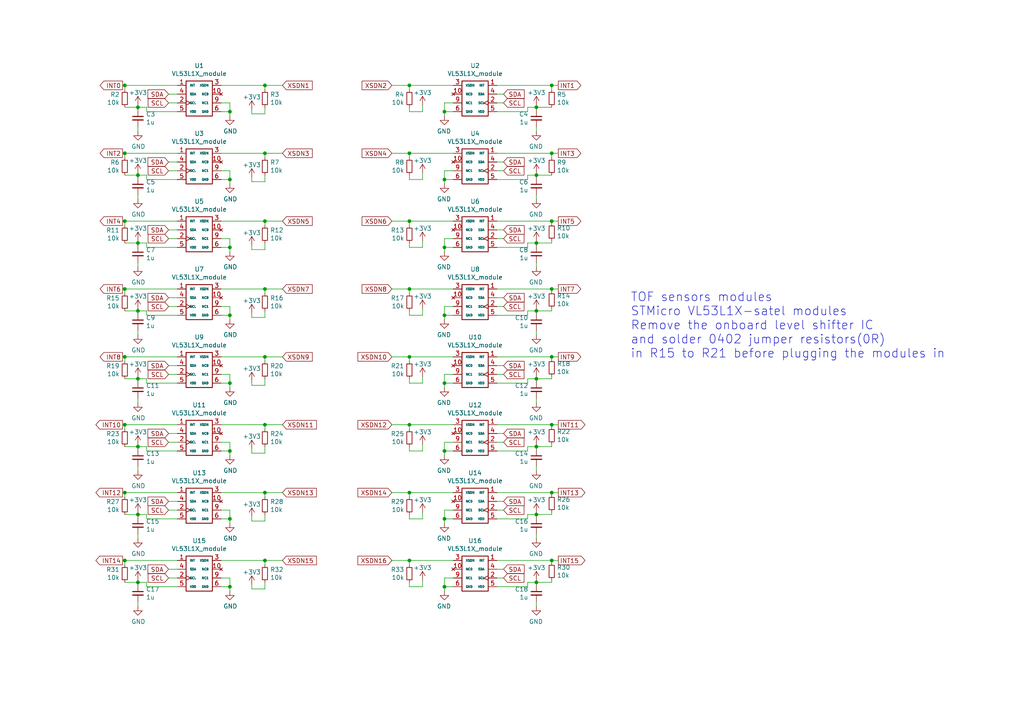
<source format=kicad_sch>
(kicad_sch (version 20230121) (generator eeschema)
  (paper "A4")
  (junction (at 36.195 44.45))
  (junction (at 118.745 162.56))
  (junction (at 40.005 168.91))
  (junction (at 66.675 91.44))
  (junction (at 40.005 31.115))
  (junction (at 66.675 130.81))
  (junction (at 118.745 24.765))
  (junction (at 66.675 111.125))
  (junction (at 36.195 162.56))
  (junction (at 160.02 123.19))
  (junction (at 128.905 32.385))
  (junction (at 40.005 90.17))
  (junction (at 66.675 32.385))
  (junction (at 160.02 64.135))
  (junction (at 76.835 142.875))
  (junction (at 128.905 71.755))
  (junction (at 36.195 123.19))
  (junction (at 155.575 70.485))
  (junction (at 128.905 170.18))
  (junction (at 128.905 150.495))
  (junction (at 118.745 64.135))
  (junction (at 118.745 123.19))
  (junction (at 128.905 111.125))
  (junction (at 66.675 71.755))
  (junction (at 36.195 24.765))
  (junction (at 76.835 103.505))
  (junction (at 66.675 52.07))
  (junction (at 160.02 142.875))
  (junction (at 76.835 123.19))
  (junction (at 76.835 44.45))
  (junction (at 155.575 90.17))
  (junction (at 118.745 103.505))
  (junction (at 118.745 44.45))
  (junction (at 118.745 142.875))
  (junction (at 155.575 168.91))
  (junction (at 155.575 149.225))
  (junction (at 160.02 24.765))
  (junction (at 160.02 103.505))
  (junction (at 160.02 162.56))
  (junction (at 160.02 83.82))
  (junction (at 36.195 103.505))
  (junction (at 118.745 83.82))
  (junction (at 40.005 149.225))
  (junction (at 128.905 91.44))
  (junction (at 128.905 52.07))
  (junction (at 40.005 50.8))
  (junction (at 36.195 83.82))
  (junction (at 36.195 64.135))
  (junction (at 155.575 129.54))
  (junction (at 40.005 70.485))
  (junction (at 155.575 50.8))
  (junction (at 36.195 142.875))
  (junction (at 155.575 31.115))
  (junction (at 66.675 150.495))
  (junction (at 40.005 129.54))
  (junction (at 76.835 24.765))
  (junction (at 155.575 109.855))
  (junction (at 160.02 44.45))
  (junction (at 76.835 64.135))
  (junction (at 128.905 130.81))
  (junction (at 66.675 170.18))
  (junction (at 76.835 162.56))
  (junction (at 76.835 83.82))
  (junction (at 40.005 109.855))
  (wire (pts (xy 51.435 88.9) (xy 48.895 88.9)))
  (wire (pts (xy 66.675 29.845) (xy 66.675 32.385)))
  (wire (pts (xy 118.745 130.81) (xy 122.555 130.81)))
  (wire (pts (xy 48.895 27.305) (xy 51.435 27.305)))
  (wire (pts (xy 131.445 88.9) (xy 128.905 88.9)))
  (wire (pts (xy 155.575 168.91) (xy 155.575 169.545)))
  (wire (pts (xy 118.745 90.17) (xy 118.745 91.44)))
  (wire (pts (xy 64.135 64.135) (xy 76.835 64.135)))
  (wire (pts (xy 40.005 50.8) (xy 42.545 50.8)))
  (wire (pts (xy 48.895 108.585) (xy 51.435 108.585)))
  (wire (pts (xy 48.895 46.99) (xy 51.435 46.99)))
  (wire (pts (xy 64.135 147.955) (xy 66.675 147.955)))
  (wire (pts (xy 76.835 44.45) (xy 81.915 44.45)))
  (wire (pts (xy 144.145 27.305) (xy 146.05 27.305)))
  (wire (pts (xy 40.005 90.17) (xy 40.005 90.805)))
  (wire (pts (xy 144.145 147.955) (xy 146.05 147.955)))
  (wire (pts (xy 122.555 71.755) (xy 122.555 69.85)))
  (wire (pts (xy 131.445 52.07) (xy 128.905 52.07)))
  (wire (pts (xy 128.905 167.64) (xy 128.905 170.18)))
  (wire (pts (xy 40.005 149.225) (xy 42.545 149.225)))
  (wire (pts (xy 131.445 29.845) (xy 128.905 29.845)))
  (wire (pts (xy 144.145 83.82) (xy 160.02 83.82)))
  (wire (pts (xy 64.135 128.27) (xy 66.675 128.27)))
  (wire (pts (xy 35.56 44.45) (xy 36.195 44.45)))
  (wire (pts (xy 66.675 52.07) (xy 66.675 53.34)))
  (wire (pts (xy 35.56 162.56) (xy 36.195 162.56)))
  (wire (pts (xy 131.445 170.18) (xy 128.905 170.18)))
  (wire (pts (xy 40.005 129.54) (xy 40.005 130.175)))
  (wire (pts (xy 128.905 128.27) (xy 128.905 130.81)))
  (wire (pts (xy 144.145 69.215) (xy 146.05 69.215)))
  (wire (pts (xy 160.02 24.765) (xy 161.925 24.765)))
  (wire (pts (xy 131.445 91.44) (xy 128.905 91.44)))
  (wire (pts (xy 153.035 91.44) (xy 144.145 91.44)))
  (wire (pts (xy 155.575 57.785) (xy 155.575 56.515)))
  (wire (pts (xy 64.135 52.07) (xy 66.675 52.07)))
  (wire (pts (xy 36.195 65.405) (xy 36.195 64.135)))
  (wire (pts (xy 76.835 26.035) (xy 76.835 24.765)))
  (wire (pts (xy 160.02 143.51) (xy 160.02 142.875)))
  (wire (pts (xy 118.745 71.755) (xy 122.555 71.755)))
  (wire (pts (xy 76.835 123.19) (xy 81.915 123.19)))
  (wire (pts (xy 155.575 109.855) (xy 153.035 109.855)))
  (wire (pts (xy 155.575 31.115) (xy 155.575 31.75)))
  (wire (pts (xy 155.575 129.54) (xy 153.035 129.54)))
  (wire (pts (xy 73.025 92.075) (xy 76.835 92.075)))
  (wire (pts (xy 36.195 83.82) (xy 35.56 83.82)))
  (wire (pts (xy 160.02 142.875) (xy 144.145 142.875)))
  (wire (pts (xy 131.445 83.82) (xy 118.745 83.82)))
  (wire (pts (xy 128.905 170.18) (xy 128.905 171.45)))
  (wire (pts (xy 146.05 145.415) (xy 144.145 145.415)))
  (wire (pts (xy 36.195 70.485) (xy 40.005 70.485)))
  (wire (pts (xy 118.745 103.505) (xy 113.665 103.505)))
  (wire (pts (xy 42.545 168.91) (xy 42.545 170.18)))
  (wire (pts (xy 73.025 90.805) (xy 73.025 92.075)))
  (wire (pts (xy 64.135 130.81) (xy 66.675 130.81)))
  (wire (pts (xy 36.195 142.875) (xy 51.435 142.875)))
  (wire (pts (xy 36.195 45.72) (xy 36.195 44.45)))
  (wire (pts (xy 42.545 90.17) (xy 42.545 91.44)))
  (wire (pts (xy 155.575 149.225) (xy 153.035 149.225)))
  (wire (pts (xy 48.895 49.53) (xy 51.435 49.53)))
  (wire (pts (xy 128.905 32.385) (xy 128.905 33.655)))
  (wire (pts (xy 160.02 64.135) (xy 144.145 64.135)))
  (wire (pts (xy 40.005 109.855) (xy 40.005 110.49)))
  (wire (pts (xy 42.545 170.18) (xy 51.435 170.18)))
  (wire (pts (xy 40.005 50.8) (xy 40.005 51.435)))
  (wire (pts (xy 66.675 130.81) (xy 66.675 132.08)))
  (wire (pts (xy 131.445 147.955) (xy 128.905 147.955)))
  (wire (pts (xy 155.575 175.895) (xy 155.575 174.625)))
  (wire (pts (xy 51.435 167.64) (xy 48.895 167.64)))
  (wire (pts (xy 40.005 50.165) (xy 40.005 50.8)))
  (wire (pts (xy 66.675 111.125) (xy 66.675 112.395)))
  (wire (pts (xy 155.575 69.85) (xy 155.575 70.485)))
  (wire (pts (xy 40.005 77.47) (xy 40.005 76.2)))
  (wire (pts (xy 153.035 50.8) (xy 153.035 52.07)))
  (wire (pts (xy 153.035 149.225) (xy 153.035 150.495)))
  (wire (pts (xy 153.035 90.17) (xy 153.035 91.44)))
  (wire (pts (xy 64.135 71.755) (xy 66.675 71.755)))
  (wire (pts (xy 51.435 83.82) (xy 36.195 83.82)))
  (wire (pts (xy 146.05 125.73) (xy 144.145 125.73)))
  (wire (pts (xy 64.135 69.215) (xy 66.675 69.215)))
  (wire (pts (xy 131.445 123.19) (xy 118.745 123.19)))
  (wire (pts (xy 160.02 103.505) (xy 144.145 103.505)))
  (wire (pts (xy 128.905 108.585) (xy 128.905 111.125)))
  (wire (pts (xy 146.05 165.1) (xy 144.145 165.1)))
  (wire (pts (xy 155.575 149.225) (xy 155.575 149.86)))
  (wire (pts (xy 118.745 91.44) (xy 122.555 91.44)))
  (wire (pts (xy 144.145 49.53) (xy 146.05 49.53)))
  (wire (pts (xy 36.195 144.145) (xy 36.195 142.875)))
  (wire (pts (xy 40.005 168.91) (xy 40.005 169.545)))
  (wire (pts (xy 76.835 162.56) (xy 76.835 163.83)))
  (wire (pts (xy 131.445 103.505) (xy 118.745 103.505)))
  (wire (pts (xy 73.025 110.49) (xy 73.025 111.76)))
  (wire (pts (xy 153.035 109.855) (xy 153.035 111.125)))
  (wire (pts (xy 155.575 116.84) (xy 155.575 115.57)))
  (wire (pts (xy 66.675 49.53) (xy 66.675 52.07)))
  (wire (pts (xy 131.445 130.81) (xy 128.905 130.81)))
  (wire (pts (xy 155.575 90.17) (xy 160.02 90.17)))
  (wire (pts (xy 144.145 123.19) (xy 160.02 123.19)))
  (wire (pts (xy 155.575 109.22) (xy 155.575 109.855)))
  (wire (pts (xy 155.575 90.17) (xy 153.035 90.17)))
  (wire (pts (xy 118.745 129.54) (xy 118.745 130.81)))
  (wire (pts (xy 128.905 147.955) (xy 128.905 150.495)))
  (wire (pts (xy 40.005 90.17) (xy 42.545 90.17)))
  (wire (pts (xy 118.745 149.225) (xy 118.745 150.495)))
  (wire (pts (xy 36.195 103.505) (xy 51.435 103.505)))
  (wire (pts (xy 66.675 170.18) (xy 66.675 171.45)))
  (wire (pts (xy 155.575 97.155) (xy 155.575 95.885)))
  (wire (pts (xy 42.545 50.8) (xy 42.545 52.07)))
  (wire (pts (xy 42.545 52.07) (xy 51.435 52.07)))
  (wire (pts (xy 73.025 169.545) (xy 73.025 170.815)))
  (wire (pts (xy 51.435 106.045) (xy 48.895 106.045)))
  (wire (pts (xy 155.575 109.855) (xy 160.02 109.855)))
  (wire (pts (xy 73.025 111.76) (xy 76.835 111.76)))
  (wire (pts (xy 42.545 71.755) (xy 51.435 71.755)))
  (wire (pts (xy 118.745 142.875) (xy 113.665 142.875)))
  (wire (pts (xy 155.575 168.275) (xy 155.575 168.91)))
  (wire (pts (xy 128.905 88.9) (xy 128.905 91.44)))
  (wire (pts (xy 128.905 71.755) (xy 128.905 73.025)))
  (wire (pts (xy 42.545 31.115) (xy 42.545 32.385)))
  (wire (pts (xy 128.905 91.44) (xy 128.905 92.71)))
  (wire (pts (xy 40.005 129.54) (xy 42.545 129.54)))
  (wire (pts (xy 155.575 50.8) (xy 155.575 51.435)))
  (wire (pts (xy 131.445 49.53) (xy 128.905 49.53)))
  (wire (pts (xy 35.56 123.19) (xy 36.195 123.19)))
  (wire (pts (xy 73.025 170.815) (xy 76.835 170.815)))
  (wire (pts (xy 161.925 103.505) (xy 160.02 103.505)))
  (wire (pts (xy 128.905 130.81) (xy 128.905 132.08)))
  (wire (pts (xy 73.025 130.175) (xy 73.025 131.445)))
  (wire (pts (xy 73.025 51.435) (xy 73.025 52.705)))
  (wire (pts (xy 118.745 83.82) (xy 118.745 85.09)))
  (wire (pts (xy 113.665 24.765) (xy 118.745 24.765)))
  (wire (pts (xy 160.02 123.19) (xy 161.925 123.19)))
  (wire (pts (xy 160.02 109.855) (xy 160.02 109.22)))
  (wire (pts (xy 144.145 128.27) (xy 146.05 128.27)))
  (wire (pts (xy 40.005 38.1) (xy 40.005 36.83)))
  (wire (pts (xy 36.195 168.91) (xy 40.005 168.91)))
  (wire (pts (xy 155.575 50.8) (xy 153.035 50.8)))
  (wire (pts (xy 155.575 109.855) (xy 155.575 110.49)))
  (wire (pts (xy 76.835 151.13) (xy 76.835 149.225)))
  (wire (pts (xy 144.145 24.765) (xy 160.02 24.765)))
  (wire (pts (xy 36.195 162.56) (xy 51.435 162.56)))
  (wire (pts (xy 122.555 111.125) (xy 122.555 109.22)))
  (wire (pts (xy 64.135 24.765) (xy 76.835 24.765)))
  (wire (pts (xy 76.835 142.875) (xy 76.835 144.145)))
  (wire (pts (xy 73.025 131.445) (xy 76.835 131.445)))
  (wire (pts (xy 118.745 83.82) (xy 113.665 83.82)))
  (wire (pts (xy 118.745 162.56) (xy 118.745 163.83)))
  (wire (pts (xy 40.005 116.84) (xy 40.005 115.57)))
  (wire (pts (xy 40.005 148.59) (xy 40.005 149.225)))
  (wire (pts (xy 42.545 129.54) (xy 42.545 130.81)))
  (wire (pts (xy 153.035 150.495) (xy 144.145 150.495)))
  (wire (pts (xy 128.905 69.215) (xy 128.905 71.755)))
  (wire (pts (xy 76.835 170.815) (xy 76.835 168.91)))
  (wire (pts (xy 48.895 128.27) (xy 51.435 128.27)))
  (wire (pts (xy 155.575 50.165) (xy 155.575 50.8)))
  (wire (pts (xy 42.545 149.225) (xy 42.545 150.495)))
  (wire (pts (xy 155.575 168.91) (xy 153.035 168.91)))
  (wire (pts (xy 40.005 168.275) (xy 40.005 168.91)))
  (wire (pts (xy 155.575 90.17) (xy 155.575 90.805)))
  (wire (pts (xy 118.745 32.385) (xy 122.555 32.385)))
  (wire (pts (xy 153.035 71.755) (xy 144.145 71.755)))
  (wire (pts (xy 131.445 44.45) (xy 118.745 44.45)))
  (wire (pts (xy 146.05 86.36) (xy 144.145 86.36)))
  (wire (pts (xy 155.575 168.91) (xy 160.02 168.91)))
  (wire (pts (xy 155.575 38.1) (xy 155.575 36.83)))
  (wire (pts (xy 76.835 111.76) (xy 76.835 109.855)))
  (wire (pts (xy 40.005 168.91) (xy 42.545 168.91)))
  (wire (pts (xy 66.675 150.495) (xy 66.675 151.765)))
  (wire (pts (xy 146.05 46.99) (xy 144.145 46.99)))
  (wire (pts (xy 40.005 97.155) (xy 40.005 95.885)))
  (wire (pts (xy 160.02 163.195) (xy 160.02 162.56)))
  (wire (pts (xy 131.445 69.215) (xy 128.905 69.215)))
  (wire (pts (xy 76.835 33.02) (xy 76.835 31.115)))
  (wire (pts (xy 128.905 111.125) (xy 128.905 112.395)))
  (wire (pts (xy 118.745 64.135) (xy 131.445 64.135)))
  (wire (pts (xy 128.905 49.53) (xy 128.905 52.07)))
  (wire (pts (xy 40.005 31.115) (xy 40.005 31.75)))
  (wire (pts (xy 36.195 123.19) (xy 51.435 123.19)))
  (wire (pts (xy 40.005 149.225) (xy 40.005 149.86)))
  (wire (pts (xy 51.435 147.955) (xy 48.895 147.955)))
  (wire (pts (xy 155.575 89.535) (xy 155.575 90.17)))
  (wire (pts (xy 155.575 129.54) (xy 155.575 130.175)))
  (wire (pts (xy 73.025 52.705) (xy 76.835 52.705)))
  (wire (pts (xy 153.035 168.91) (xy 153.035 170.18)))
  (wire (pts (xy 118.745 52.07) (xy 122.555 52.07)))
  (wire (pts (xy 122.555 150.495) (xy 122.555 148.59)))
  (wire (pts (xy 36.195 85.09) (xy 36.195 83.82)))
  (wire (pts (xy 42.545 111.125) (xy 51.435 111.125)))
  (wire (pts (xy 155.575 156.21) (xy 155.575 154.94)))
  (wire (pts (xy 66.675 88.9) (xy 66.675 91.44)))
  (wire (pts (xy 36.195 109.855) (xy 40.005 109.855)))
  (wire (pts (xy 66.675 128.27) (xy 66.675 130.81)))
  (wire (pts (xy 35.56 142.875) (xy 36.195 142.875)))
  (wire (pts (xy 73.025 31.75) (xy 73.025 33.02)))
  (wire (pts (xy 36.195 24.765) (xy 51.435 24.765)))
  (wire (pts (xy 118.745 44.45) (xy 113.665 44.45)))
  (wire (pts (xy 153.035 32.385) (xy 144.145 32.385)))
  (wire (pts (xy 36.195 129.54) (xy 40.005 129.54)))
  (wire (pts (xy 153.035 52.07) (xy 144.145 52.07)))
  (wire (pts (xy 155.575 70.485) (xy 153.035 70.485)))
  (wire (pts (xy 40.005 70.485) (xy 42.545 70.485)))
  (wire (pts (xy 146.05 29.845) (xy 144.145 29.845)))
  (wire (pts (xy 131.445 142.875) (xy 118.745 142.875)))
  (wire (pts (xy 153.035 129.54) (xy 153.035 130.81)))
  (wire (pts (xy 160.02 123.825) (xy 160.02 123.19)))
  (wire (pts (xy 36.195 64.135) (xy 51.435 64.135)))
  (wire (pts (xy 76.835 64.135) (xy 81.915 64.135)))
  (wire (pts (xy 36.195 90.17) (xy 40.005 90.17)))
  (wire (pts (xy 66.675 108.585) (xy 66.675 111.125)))
  (wire (pts (xy 160.02 26.035) (xy 160.02 24.765)))
  (wire (pts (xy 64.135 170.18) (xy 66.675 170.18)))
  (wire (pts (xy 42.545 130.81) (xy 51.435 130.81)))
  (wire (pts (xy 76.835 64.135) (xy 76.835 65.405)))
  (wire (pts (xy 51.435 29.845) (xy 48.895 29.845)))
  (wire (pts (xy 118.745 64.135) (xy 113.665 64.135)))
  (wire (pts (xy 36.195 124.46) (xy 36.195 123.19)))
  (wire (pts (xy 122.555 170.18) (xy 122.555 168.275)))
  (wire (pts (xy 118.745 170.18) (xy 122.555 170.18)))
  (wire (pts (xy 118.745 162.56) (xy 113.665 162.56)))
  (wire (pts (xy 131.445 162.56) (xy 118.745 162.56)))
  (wire (pts (xy 160.02 70.485) (xy 160.02 69.85)))
  (wire (pts (xy 66.675 147.955) (xy 66.675 150.495)))
  (wire (pts (xy 155.575 30.48) (xy 155.575 31.115)))
  (wire (pts (xy 64.135 44.45) (xy 76.835 44.45)))
  (wire (pts (xy 64.135 142.875) (xy 76.835 142.875)))
  (wire (pts (xy 160.02 129.54) (xy 160.02 128.905)))
  (wire (pts (xy 76.835 72.39) (xy 76.835 70.485)))
  (wire (pts (xy 153.035 130.81) (xy 144.145 130.81)))
  (wire (pts (xy 155.575 148.59) (xy 155.575 149.225)))
  (wire (pts (xy 40.005 30.48) (xy 40.005 31.115)))
  (wire (pts (xy 155.575 129.54) (xy 160.02 129.54)))
  (wire (pts (xy 35.56 24.765) (xy 36.195 24.765)))
  (wire (pts (xy 42.545 70.485) (xy 42.545 71.755)))
  (wire (pts (xy 40.005 109.22) (xy 40.005 109.855)))
  (wire (pts (xy 40.005 128.905) (xy 40.005 129.54)))
  (wire (pts (xy 160.02 104.14) (xy 160.02 103.505)))
  (wire (pts (xy 118.745 111.125) (xy 122.555 111.125)))
  (wire (pts (xy 153.035 31.115) (xy 153.035 32.385)))
  (wire (pts (xy 36.195 31.115) (xy 40.005 31.115)))
  (wire (pts (xy 66.675 167.64) (xy 66.675 170.18)))
  (wire (pts (xy 64.135 49.53) (xy 66.675 49.53)))
  (wire (pts (xy 160.02 44.45) (xy 161.925 44.45)))
  (wire (pts (xy 153.035 111.125) (xy 144.145 111.125)))
  (wire (pts (xy 48.895 145.415) (xy 51.435 145.415)))
  (wire (pts (xy 153.035 170.18) (xy 144.145 170.18)))
  (wire (pts (xy 155.575 70.485) (xy 160.02 70.485)))
  (wire (pts (xy 40.005 31.115) (xy 42.545 31.115)))
  (wire (pts (xy 146.05 88.9) (xy 144.145 88.9)))
  (wire (pts (xy 48.895 165.1) (xy 51.435 165.1)))
  (wire (pts (xy 131.445 32.385) (xy 128.905 32.385)))
  (wire (pts (xy 118.745 150.495) (xy 122.555 150.495)))
  (wire (pts (xy 40.005 156.21) (xy 40.005 154.94)))
  (wire (pts (xy 64.135 29.845) (xy 66.675 29.845)))
  (wire (pts (xy 66.675 69.215) (xy 66.675 71.755)))
  (wire (pts (xy 122.555 91.44) (xy 122.555 89.535)))
  (wire (pts (xy 35.56 64.135) (xy 36.195 64.135)))
  (wire (pts (xy 40.005 69.85) (xy 40.005 70.485)))
  (wire (pts (xy 128.905 52.07) (xy 128.905 53.34)))
  (wire (pts (xy 51.435 69.215) (xy 48.895 69.215)))
  (wire (pts (xy 40.005 89.535) (xy 40.005 90.17)))
  (wire (pts (xy 73.025 72.39) (xy 76.835 72.39)))
  (wire (pts (xy 48.895 66.675) (xy 51.435 66.675)))
  (wire (pts (xy 144.145 44.45) (xy 160.02 44.45)))
  (wire (pts (xy 131.445 71.755) (xy 128.905 71.755)))
  (wire (pts (xy 76.835 52.705) (xy 76.835 50.8)))
  (wire (pts (xy 36.195 104.775) (xy 36.195 103.505)))
  (wire (pts (xy 155.575 70.485) (xy 155.575 71.12)))
  (wire (pts (xy 64.135 88.9) (xy 66.675 88.9)))
  (wire (pts (xy 122.555 130.81) (xy 122.555 128.905)))
  (wire (pts (xy 160.02 162.56) (xy 161.925 162.56)))
  (wire (pts (xy 131.445 108.585) (xy 128.905 108.585)))
  (wire (pts (xy 40.005 70.485) (xy 40.005 71.12)))
  (wire (pts (xy 64.135 83.82) (xy 76.835 83.82)))
  (wire (pts (xy 40.005 57.785) (xy 40.005 56.515)))
  (wire (pts (xy 36.195 44.45) (xy 51.435 44.45)))
  (wire (pts (xy 128.905 29.845) (xy 128.905 32.385)))
  (wire (pts (xy 122.555 32.385) (xy 122.555 30.48)))
  (wire (pts (xy 160.02 84.455) (xy 160.02 83.82)))
  (wire (pts (xy 66.675 71.755) (xy 66.675 73.025)))
  (wire (pts (xy 131.445 150.495) (xy 128.905 150.495)))
  (wire (pts (xy 128.905 150.495) (xy 128.905 151.765)))
  (wire (pts (xy 118.745 70.485) (xy 118.745 71.755)))
  (wire (pts (xy 51.435 125.73) (xy 48.895 125.73)))
  (wire (pts (xy 131.445 24.765) (xy 118.745 24.765)))
  (wire (pts (xy 76.835 162.56) (xy 81.915 162.56)))
  (wire (pts (xy 155.575 128.905) (xy 155.575 129.54)))
  (wire (pts (xy 118.745 168.91) (xy 118.745 170.18)))
  (wire (pts (xy 64.135 150.495) (xy 66.675 150.495)))
  (wire (pts (xy 155.575 77.47) (xy 155.575 76.2)))
  (wire (pts (xy 118.745 103.505) (xy 118.745 104.775)))
  (wire (pts (xy 36.195 50.8) (xy 40.005 50.8)))
  (wire (pts (xy 73.025 33.02) (xy 76.835 33.02)))
  (wire (pts (xy 76.835 92.075) (xy 76.835 90.17)))
  (wire (pts (xy 64.135 108.585) (xy 66.675 108.585)))
  (wire (pts (xy 48.895 86.36) (xy 51.435 86.36)))
  (wire (pts (xy 76.835 83.82) (xy 81.915 83.82)))
  (wire (pts (xy 76.835 142.875) (xy 81.915 142.875)))
  (wire (pts (xy 66.675 32.385) (xy 66.675 33.655)))
  (wire (pts (xy 76.835 103.505) (xy 76.835 104.775)))
  (wire (pts (xy 118.745 65.405) (xy 118.745 64.135)))
  (wire (pts (xy 64.135 103.505) (xy 76.835 103.505)))
  (wire (pts (xy 144.145 162.56) (xy 160.02 162.56)))
  (wire (pts (xy 64.135 123.19) (xy 76.835 123.19)))
  (wire (pts (xy 160.02 45.72) (xy 160.02 44.45)))
  (wire (pts (xy 76.835 103.505) (xy 81.915 103.505)))
  (wire (pts (xy 122.555 52.07) (xy 122.555 50.165)))
  (wire (pts (xy 131.445 111.125) (xy 128.905 111.125)))
  (wire (pts (xy 76.835 123.19) (xy 76.835 124.46)))
  (wire (pts (xy 118.745 123.19) (xy 118.745 124.46)))
  (wire (pts (xy 64.135 167.64) (xy 66.675 167.64)))
  (wire (pts (xy 40.005 109.855) (xy 42.545 109.855)))
  (wire (pts (xy 161.925 64.135) (xy 160.02 64.135)))
  (wire (pts (xy 64.135 91.44) (xy 66.675 91.44)))
  (wire (pts (xy 42.545 32.385) (xy 51.435 32.385)))
  (wire (pts (xy 64.135 32.385) (xy 66.675 32.385)))
  (wire (pts (xy 160.02 83.82) (xy 161.925 83.82)))
  (wire (pts (xy 131.445 128.27) (xy 128.905 128.27)))
  (wire (pts (xy 118.745 44.45) (xy 118.745 45.72)))
  (wire (pts (xy 118.745 123.19) (xy 113.665 123.19)))
  (wire (pts (xy 160.02 64.77) (xy 160.02 64.135)))
  (wire (pts (xy 73.025 151.13) (xy 76.835 151.13)))
  (wire (pts (xy 160.02 31.115) (xy 155.575 31.115)))
  (wire (pts (xy 66.675 91.44) (xy 66.675 92.71)))
  (wire (pts (xy 36.195 26.035) (xy 36.195 24.765)))
  (wire (pts (xy 35.56 103.505) (xy 36.195 103.505)))
  (wire (pts (xy 160.02 168.91) (xy 160.02 168.275)))
  (wire (pts (xy 153.035 70.485) (xy 153.035 71.755)))
  (wire (pts (xy 161.925 142.875) (xy 160.02 142.875)))
  (wire (pts (xy 144.145 167.64) (xy 146.05 167.64)))
  (wire (pts (xy 155.575 149.225) (xy 160.02 149.225)))
  (wire (pts (xy 146.05 66.675) (xy 144.145 66.675)))
  (wire (pts (xy 160.02 50.8) (xy 155.575 50.8)))
  (wire (pts (xy 160.02 90.17) (xy 160.02 89.535)))
  (wire (pts (xy 131.445 167.64) (xy 128.905 167.64)))
  (wire (pts (xy 146.05 106.045) (xy 144.145 106.045)))
  (wire (pts (xy 118.745 50.8) (xy 118.745 52.07)))
  (wire (pts (xy 118.745 31.115) (xy 118.745 32.385)))
  (wire (pts (xy 73.025 71.12) (xy 73.025 72.39)))
  (wire (pts (xy 36.195 163.83) (xy 36.195 162.56)))
  (wire (pts (xy 36.195 149.225) (xy 40.005 149.225)))
  (wire (pts (xy 73.025 149.86) (xy 73.025 151.13)))
  (wire (pts (xy 40.005 136.525) (xy 40.005 135.255)))
  (wire (pts (xy 76.835 131.445) (xy 76.835 129.54)))
  (wire (pts (xy 76.835 24.765) (xy 81.915 24.765)))
  (wire (pts (xy 64.135 111.125) (xy 66.675 111.125)))
  (wire (pts (xy 144.145 108.585) (xy 146.05 108.585)))
  (wire (pts (xy 64.135 162.56) (xy 76.835 162.56)))
  (wire (pts (xy 118.745 142.875) (xy 118.745 144.145)))
  (wire (pts (xy 118.745 24.765) (xy 118.745 26.035)))
  (wire (pts (xy 42.545 150.495) (xy 51.435 150.495)))
  (wire (pts (xy 42.545 91.44) (xy 51.435 91.44)))
  (wire (pts (xy 42.545 109.855) (xy 42.545 111.125)))
  (wire (pts (xy 155.575 136.525) (xy 155.575 135.255)))
  (wire (pts (xy 160.02 149.225) (xy 160.02 148.59)))
  (wire (pts (xy 155.575 31.115) (xy 153.035 31.115)))
  (wire (pts (xy 118.745 109.855) (xy 118.745 111.125)))
  (wire (pts (xy 76.835 83.82) (xy 76.835 85.09)))
  (wire (pts (xy 40.005 175.895) (xy 40.005 174.625)))
  (wire (pts (xy 76.835 45.72) (xy 76.835 44.45)))
  (text "TOF sensors modules\nSTMicro VL53L1X-satel modules\nRemove the onboard level shifter IC\nand solder 0402 jumper resistors(0R)\nin R15 to R21 before plugging the modules in\n" (at 182.88 104.14 0) (effects (font (size 2.54 2.54)) (justify left bottom)))
  (global_label "INT3" (shape output) (at 161.925 44.45 0) (property "Intersheetrefs" "${INTERSHEET_REFS}" (effects hide)))
  (global_label "SCL" (shape input) (at 48.895 29.845 180) (property "Intersheetrefs" "${INTERSHEET_REFS}" (effects hide)))
  (global_label "SCL" (shape input) (at 146.05 167.64 0) (property "Intersheetrefs" "${INTERSHEET_REFS}" (effects hide)))
  (global_label "XSDN11" (shape input) (at 81.915 123.19 0) (property "Intersheetrefs" "${INTERSHEET_REFS}" (effects hide)))
  (global_label "XSDN1" (shape input) (at 81.915 24.765 0) (property "Intersheetrefs" "${INTERSHEET_REFS}" (effects hide)))
  (global_label "SDA" (shape input) (at 146.05 27.305 0) (property "Intersheetrefs" "${INTERSHEET_REFS}" (effects hide)))
  (global_label "SCL" (shape input) (at 146.05 128.27 0) (property "Intersheetrefs" "${INTERSHEET_REFS}" (effects hide)))
  (global_label "SDA" (shape input) (at 146.05 106.045 0) (property "Intersheetrefs" "${INTERSHEET_REFS}" (effects hide)))
  (global_label "SCL" (shape input) (at 146.05 88.9 0) (property "Intersheetrefs" "${INTERSHEET_REFS}" (effects hide)))
  (global_label "INT14" (shape output) (at 35.56 162.56 180) (property "Intersheetrefs" "${INTERSHEET_REFS}" (effects hide)))
  (global_label "XSDN10" (shape input) (at 113.665 103.505 180) (property "Intersheetrefs" "${INTERSHEET_REFS}" (effects hide)))
  (global_label "XSDN4" (shape input) (at 113.665 44.45 180) (property "Intersheetrefs" "${INTERSHEET_REFS}" (effects hide)))
  (global_label "SDA" (shape input) (at 146.05 86.36 0) (property "Intersheetrefs" "${INTERSHEET_REFS}" (effects hide)))
  (global_label "SDA" (shape input) (at 48.895 145.415 180) (property "Intersheetrefs" "${INTERSHEET_REFS}" (effects hide)))
  (global_label "INT15" (shape output) (at 161.925 162.56 0) (property "Intersheetrefs" "${INTERSHEET_REFS}" (effects hide)))
  (global_label "XSDN12" (shape input) (at 113.665 123.19 180) (property "Intersheetrefs" "${INTERSHEET_REFS}" (effects hide)))
  (global_label "SCL" (shape input) (at 146.05 29.845 0) (property "Intersheetrefs" "${INTERSHEET_REFS}" (effects hide)))
  (global_label "SDA" (shape input) (at 48.895 106.045 180) (property "Intersheetrefs" "${INTERSHEET_REFS}" (effects hide)))
  (global_label "XSDN15" (shape input) (at 81.915 162.56 0) (property "Intersheetrefs" "${INTERSHEET_REFS}" (effects hide)))
  (global_label "INT9" (shape output) (at 161.925 103.505 0) (property "Intersheetrefs" "${INTERSHEET_REFS}" (effects hide)))
  (global_label "INT10" (shape output) (at 35.56 123.19 180) (property "Intersheetrefs" "${INTERSHEET_REFS}" (effects hide)))
  (global_label "SCL" (shape input) (at 48.895 147.955 180) (property "Intersheetrefs" "${INTERSHEET_REFS}" (effects hide)))
  (global_label "XSDN2" (shape input) (at 113.665 24.765 180) (property "Intersheetrefs" "${INTERSHEET_REFS}" (effects hide)))
  (global_label "SDA" (shape input) (at 48.895 165.1 180) (property "Intersheetrefs" "${INTERSHEET_REFS}" (effects hide)))
  (global_label "SCL" (shape input) (at 146.05 147.955 0) (property "Intersheetrefs" "${INTERSHEET_REFS}" (effects hide)))
  (global_label "INT5" (shape output) (at 161.925 64.135 0) (property "Intersheetrefs" "${INTERSHEET_REFS}" (effects hide)))
  (global_label "SDA" (shape input) (at 48.895 27.305 180) (property "Intersheetrefs" "${INTERSHEET_REFS}" (effects hide)))
  (global_label "INT8" (shape output) (at 35.56 103.505 180) (property "Intersheetrefs" "${INTERSHEET_REFS}" (effects hide)))
  (global_label "XSDN6" (shape input) (at 113.665 64.135 180) (property "Intersheetrefs" "${INTERSHEET_REFS}" (effects hide)))
  (global_label "INT6" (shape output) (at 35.56 83.82 180) (property "Intersheetrefs" "${INTERSHEET_REFS}" (effects hide)))
  (global_label "XSDN13" (shape input) (at 81.915 142.875 0) (property "Intersheetrefs" "${INTERSHEET_REFS}" (effects hide)))
  (global_label "SCL" (shape input) (at 48.895 167.64 180) (property "Intersheetrefs" "${INTERSHEET_REFS}" (effects hide)))
  (global_label "INT1" (shape output) (at 161.925 24.765 0) (property "Intersheetrefs" "${INTERSHEET_REFS}" (effects hide)))
  (global_label "SDA" (shape input) (at 146.05 165.1 0) (property "Intersheetrefs" "${INTERSHEET_REFS}" (effects hide)))
  (global_label "SCL" (shape input) (at 48.895 108.585 180) (property "Intersheetrefs" "${INTERSHEET_REFS}" (effects hide)))
  (global_label "INT0" (shape output) (at 35.56 24.765 180) (property "Intersheetrefs" "${INTERSHEET_REFS}" (effects hide)))
  (global_label "SDA" (shape input) (at 48.895 86.36 180) (property "Intersheetrefs" "${INTERSHEET_REFS}" (effects hide)))
  (global_label "XSDN5" (shape input) (at 81.915 64.135 0) (property "Intersheetrefs" "${INTERSHEET_REFS}" (effects hide)))
  (global_label "XSDN14" (shape input) (at 113.665 142.875 180) (property "Intersheetrefs" "${INTERSHEET_REFS}" (effects hide)))
  (global_label "SCL" (shape input) (at 146.05 49.53 0) (property "Intersheetrefs" "${INTERSHEET_REFS}" (effects hide)))
  (global_label "SDA" (shape input) (at 146.05 66.675 0) (property "Intersheetrefs" "${INTERSHEET_REFS}" (effects hide)))
  (global_label "SDA" (shape input) (at 146.05 46.99 0) (property "Intersheetrefs" "${INTERSHEET_REFS}" (effects hide)))
  (global_label "XSDN3" (shape input) (at 81.915 44.45 0) (property "Intersheetrefs" "${INTERSHEET_REFS}" (effects hide)))
  (global_label "INT2" (shape output) (at 35.56 44.45 180) (property "Intersheetrefs" "${INTERSHEET_REFS}" (effects hide)))
  (global_label "SDA" (shape input) (at 48.895 66.675 180) (property "Intersheetrefs" "${INTERSHEET_REFS}" (effects hide)))
  (global_label "SCL" (shape input) (at 146.05 108.585 0) (property "Intersheetrefs" "${INTERSHEET_REFS}" (effects hide)))
  (global_label "XSDN8" (shape input) (at 113.665 83.82 180) (property "Intersheetrefs" "${INTERSHEET_REFS}" (effects hide)))
  (global_label "SDA" (shape input) (at 48.895 46.99 180) (property "Intersheetrefs" "${INTERSHEET_REFS}" (effects hide)))
  (global_label "INT11" (shape output) (at 161.925 123.19 0) (property "Intersheetrefs" "${INTERSHEET_REFS}" (effects hide)))
  (global_label "SDA" (shape input) (at 48.895 125.73 180) (property "Intersheetrefs" "${INTERSHEET_REFS}" (effects hide)))
  (global_label "SCL" (shape input) (at 48.895 49.53 180) (property "Intersheetrefs" "${INTERSHEET_REFS}" (effects hide)))
  (global_label "INT7" (shape output) (at 161.925 83.82 0) (property "Intersheetrefs" "${INTERSHEET_REFS}" (effects hide)))
  (global_label "SCL" (shape input) (at 48.895 69.215 180) (property "Intersheetrefs" "${INTERSHEET_REFS}" (effects hide)))
  (global_label "XSDN9" (shape input) (at 81.915 103.505 0) (property "Intersheetrefs" "${INTERSHEET_REFS}" (effects hide)))
  (global_label "XSDN7" (shape input) (at 81.915 83.82 0) (property "Intersheetrefs" "${INTERSHEET_REFS}" (effects hide)))
  (global_label "SCL" (shape input) (at 146.05 69.215 0) (property "Intersheetrefs" "${INTERSHEET_REFS}" (effects hide)))
  (global_label "SCL" (shape input) (at 48.895 128.27 180) (property "Intersheetrefs" "${INTERSHEET_REFS}" (effects hide)))
  (global_label "INT13" (shape output) (at 161.925 142.875 0) (property "Intersheetrefs" "${INTERSHEET_REFS}" (effects hide)))
  (global_label "XSDN16" (shape input) (at 113.665 162.56 180) (property "Intersheetrefs" "${INTERSHEET_REFS}" (effects hide)))
  (global_label "SCL" (shape input) (at 48.895 88.9 180) (property "Intersheetrefs" "${INTERSHEET_REFS}" (effects hide)))
  (global_label "INT4" (shape output) (at 35.56 64.135 180) (property "Intersheetrefs" "${INTERSHEET_REFS}" (effects hide)))
  (global_label "INT12" (shape output) (at 35.56 142.875 180) (property "Intersheetrefs" "${INTERSHEET_REFS}" (effects hide)))
  (global_label "SDA" (shape input) (at 146.05 145.415 0) (property "Intersheetrefs" "${INTERSHEET_REFS}" (effects hide)))
  (global_label "SDA" (shape input) (at 146.05 125.73 0) (property "Intersheetrefs" "${INTERSHEET_REFS}" (effects hide)))
  (symbol (lib_id "power:GND") (at 40.005 97.155 0) (unit 1)
    (property "Reference" "#PWR033" (effects hide))
    (property "Value" "GND" (at 40.132 101.5492 0))
  )
  (symbol (lib_id "Device:C_Small") (at 155.575 152.4 0) (mirror y) (unit 1)
    (property "Reference" "C16" (at 153.2382 151.2316 0) (effects (justify left)))
    (property "Value" "1u" (at 153.2382 153.543 0) (effects (justify left)))
    (property "Footprint" "Capacitor_SMD:C_0805_2012Metric_Pad1.18x1.45mm_HandSolder" (effects hide))
  )
  (symbol (lib_id "Device:R_Small") (at 160.02 126.365 0) (unit 1)
    (property "Reference" "R22" (at 161.5186 125.1966 0) (effects (justify left)))
    (property "Value" "10k" (at 161.5186 127.508 0) (effects (justify left)))
    (property "Footprint" "Resistor_SMD:R_0805_2012Metric_Pad1.20x1.40mm_HandSolder" (effects hide))
  )
  (symbol (lib_id "Device:R_Small") (at 118.745 48.26 0) (mirror y) (unit 1)
    (property "Reference" "R8" (at 117.2464 47.0916 0) (effects (justify left)))
    (property "Value" "10k" (at 117.2464 49.403 0) (effects (justify left)))
    (property "Footprint" "Resistor_SMD:R_0805_2012Metric_Pad1.20x1.40mm_HandSolder" (effects hide))
  )
  (symbol (lib_id "Device:R_Small") (at 160.02 86.995 0) (unit 1)
    (property "Reference" "R14" (at 161.5186 85.8266 0) (effects (justify left)))
    (property "Value" "10k" (at 161.5186 88.138 0) (effects (justify left)))
    (property "Footprint" "Resistor_SMD:R_0805_2012Metric_Pad1.20x1.40mm_HandSolder" (effects hide))
  )
  (symbol (lib_id "power:+3.3V") (at 73.025 51.435 0) (unit 1)
    (property "Reference" "#PWR014" (effects hide))
    (property "Value" "+3.3V" (at 73.025 47.8305 0))
  )
  (symbol (lib_id "Device:R_Small") (at 118.745 107.315 0) (mirror y) (unit 1)
    (property "Reference" "R21" (at 117.2464 106.1466 0) (effects (justify left)))
    (property "Value" "10k" (at 117.2464 108.458 0) (effects (justify left)))
    (property "Footprint" "Resistor_SMD:R_0805_2012Metric_Pad1.20x1.40mm_HandSolder" (effects hide))
  )
  (symbol (lib_id "power:+3.3V") (at 155.575 128.905 0) (unit 1)
    (property "Reference" "#PWR045" (effects hide))
    (property "Value" "+3.3V" (at 155.575 125.3005 0))
  )
  (symbol (lib_id "power:GND") (at 128.905 33.655 0) (mirror y) (unit 1)
    (property "Reference" "#PWR08" (effects hide))
    (property "Value" "GND" (at 128.778 38.0492 0))
  )
  (symbol (lib_id "power:GND") (at 128.905 92.71 0) (mirror y) (unit 1)
    (property "Reference" "#PWR032" (effects hide))
    (property "Value" "GND" (at 128.778 97.1042 0))
  )
  (symbol (lib_id "power:+3.3V") (at 122.555 69.85 0) (unit 1)
    (property "Reference" "#PWR020" (effects hide))
    (property "Value" "+3.3V" (at 122.555 66.2455 0))
  )
  (symbol (lib_id "Device:C_Small") (at 40.005 34.29 0) (unit 1)
    (property "Reference" "C3" (at 42.3418 33.1216 0) (effects (justify left)))
    (property "Value" "1u" (at 42.3418 35.433 0) (effects (justify left)))
    (property "Footprint" "Capacitor_SMD:C_0805_2012Metric_Pad1.18x1.45mm_HandSolder" (effects hide))
  )
  (symbol (lib_id "power:GND") (at 40.005 175.895 0) (unit 1)
    (property "Reference" "#PWR065" (effects hide))
    (property "Value" "GND" (at 40.132 180.2892 0))
  )
  (symbol (lib_id "power:GND") (at 40.005 77.47 0) (unit 1)
    (property "Reference" "#PWR025" (effects hide))
    (property "Value" "GND" (at 40.132 81.8642 0))
  )
  (symbol (lib_id "Device:R_Small") (at 36.195 146.685 0) (mirror y) (unit 1)
    (property "Reference" "R27" (at 34.6964 145.5166 0) (effects (justify left)))
    (property "Value" "10k" (at 34.6964 147.828 0) (effects (justify left)))
    (property "Footprint" "Resistor_SMD:R_0805_2012Metric_Pad1.20x1.40mm_HandSolder" (effects hide))
  )
  (symbol (lib_id "power:+3.3V") (at 40.005 128.905 0) (unit 1)
    (property "Reference" "#PWR043" (effects hide))
    (property "Value" "+3.3V" (at 40.005 125.3005 0))
  )
  (symbol (lib_id "power:GND") (at 128.905 171.45 0) (mirror y) (unit 1)
    (property "Reference" "#PWR064" (effects hide))
    (property "Value" "GND" (at 128.778 175.8442 0))
  )
  (symbol (lib_id "Deimos:VL53L1X_module") (at 137.795 67.945 0) (mirror y) (unit 1)
    (property "Reference" "U6" (at 137.795 58.42 0))
    (property "Value" "VL53L1X_module" (at 137.795 60.7314 0))
    (property "Footprint" "Connector_PinHeader_2.54mm:PinHeader_2x05_P2.54mm_Vertical" (effects hide))
  )
  (symbol (lib_id "power:+3.3V") (at 73.025 169.545 0) (unit 1)
    (property "Reference" "#PWR062" (effects hide))
    (property "Value" "+3.3V" (at 73.025 165.9405 0))
  )
  (symbol (lib_id "Device:R_Small") (at 76.835 146.685 0) (unit 1)
    (property "Reference" "R28" (at 78.3336 145.5166 0) (effects (justify left)))
    (property "Value" "10k" (at 78.3336 147.828 0) (effects (justify left)))
    (property "Footprint" "Resistor_SMD:R_0805_2012Metric_Pad1.20x1.40mm_HandSolder" (effects hide))
  )
  (symbol (lib_id "power:GND") (at 40.005 116.84 0) (unit 1)
    (property "Reference" "#PWR041" (effects hide))
    (property "Value" "GND" (at 40.132 121.2342 0))
  )
  (symbol (lib_id "power:+3.3V") (at 155.575 148.59 0) (unit 1)
    (property "Reference" "#PWR053" (effects hide))
    (property "Value" "+3.3V" (at 155.575 144.9855 0))
  )
  (symbol (lib_id "Device:C_Small") (at 155.575 93.345 0) (mirror y) (unit 1)
    (property "Reference" "C10" (at 153.2382 92.1766 0) (effects (justify left)))
    (property "Value" "1u" (at 153.2382 94.488 0) (effects (justify left)))
    (property "Footprint" "Capacitor_SMD:C_0805_2012Metric_Pad1.18x1.45mm_HandSolder" (effects hide))
  )
  (symbol (lib_id "Deimos:VL53L1X_module") (at 137.795 107.315 0) (mirror y) (unit 1)
    (property "Reference" "U10" (at 137.795 97.79 0))
    (property "Value" "VL53L1X_module" (at 137.795 100.1014 0))
    (property "Footprint" "Connector_PinHeader_2.54mm:PinHeader_2x05_P2.54mm_Vertical" (effects hide))
  )
  (symbol (lib_id "power:+3.3V") (at 122.555 50.165 0) (unit 1)
    (property "Reference" "#PWR012" (effects hide))
    (property "Value" "+3.3V" (at 122.555 46.5605 0))
  )
  (symbol (lib_id "power:+3.3V") (at 73.025 110.49 0) (unit 1)
    (property "Reference" "#PWR038" (effects hide))
    (property "Value" "+3.3V" (at 73.025 106.8855 0))
  )
  (symbol (lib_id "power:+3.3V") (at 155.575 168.275 0) (unit 1)
    (property "Reference" "#PWR061" (effects hide))
    (property "Value" "+3.3V" (at 155.575 164.6705 0))
  )
  (symbol (lib_id "Device:C_Small") (at 40.005 132.715 0) (unit 1)
    (property "Reference" "C13" (at 42.3418 131.5466 0) (effects (justify left)))
    (property "Value" "1u" (at 42.3418 133.858 0) (effects (justify left)))
    (property "Footprint" "Capacitor_SMD:C_0805_2012Metric_Pad1.18x1.45mm_HandSolder" (effects hide))
  )
  (symbol (lib_id "Device:R_Small") (at 76.835 87.63 0) (unit 1)
    (property "Reference" "R16" (at 78.3336 86.4616 0) (effects (justify left)))
    (property "Value" "10k" (at 78.3336 88.773 0) (effects (justify left)))
    (property "Footprint" "Resistor_SMD:R_0805_2012Metric_Pad1.20x1.40mm_HandSolder" (effects hide))
  )
  (symbol (lib_id "Device:R_Small") (at 76.835 48.26 0) (unit 1)
    (property "Reference" "R7" (at 78.3336 47.0916 0) (effects (justify left)))
    (property "Value" "10k" (at 78.3336 49.403 0) (effects (justify left)))
    (property "Footprint" "Resistor_SMD:R_0805_2012Metric_Pad1.20x1.40mm_HandSolder" (effects hide))
  )
  (symbol (lib_id "Device:C_Small") (at 155.575 34.29 0) (mirror y) (unit 1)
    (property "Reference" "C4" (at 153.2382 33.1216 0) (effects (justify left)))
    (property "Value" "1u" (at 153.2382 35.433 0) (effects (justify left)))
    (property "Footprint" "Capacitor_SMD:C_0805_2012Metric_Pad1.18x1.45mm_HandSolder" (effects hide))
  )
  (symbol (lib_id "power:GND") (at 40.005 38.1 0) (unit 1)
    (property "Reference" "#PWR09" (effects hide))
    (property "Value" "GND" (at 40.132 42.4942 0))
  )
  (symbol (lib_id "power:+3.3V") (at 40.005 89.535 0) (unit 1)
    (property "Reference" "#PWR027" (effects hide))
    (property "Value" "+3.3V" (at 40.005 85.9305 0))
  )
  (symbol (lib_id "Device:R_Small") (at 76.835 166.37 0) (unit 1)
    (property "Reference" "R32" (at 78.3336 165.2016 0) (effects (justify left)))
    (property "Value" "10k" (at 78.3336 167.513 0) (effects (justify left)))
    (property "Footprint" "Resistor_SMD:R_0805_2012Metric_Pad1.20x1.40mm_HandSolder" (effects hide))
  )
  (symbol (lib_id "power:GND") (at 155.575 136.525 0) (mirror y) (unit 1)
    (property "Reference" "#PWR050" (effects hide))
    (property "Value" "GND" (at 155.448 140.9192 0))
  )
  (symbol (lib_id "power:+3.3V") (at 73.025 130.175 0) (unit 1)
    (property "Reference" "#PWR046" (effects hide))
    (property "Value" "+3.3V" (at 73.025 126.5705 0))
  )
  (symbol (lib_id "power:GND") (at 66.675 33.655 0) (unit 1)
    (property "Reference" "#PWR07" (effects hide))
    (property "Value" "GND" (at 66.802 38.0492 0))
  )
  (symbol (lib_id "Deimos:VL53L1X_module") (at 57.785 127 0) (unit 1)
    (property "Reference" "U11" (at 57.785 117.475 0))
    (property "Value" "VL53L1X_module" (at 57.785 119.7864 0))
    (property "Footprint" "Connector_PinHeader_2.54mm:PinHeader_2x05_P2.54mm_Vertical" (effects hide))
  )
  (symbol (lib_id "power:+3.3V") (at 73.025 71.12 0) (unit 1)
    (property "Reference" "#PWR022" (effects hide))
    (property "Value" "+3.3V" (at 73.025 67.5155 0))
  )
  (symbol (lib_id "Device:R_Small") (at 160.02 106.68 0) (unit 1)
    (property "Reference" "R18" (at 161.5186 105.5116 0) (effects (justify left)))
    (property "Value" "10k" (at 161.5186 107.823 0) (effects (justify left)))
    (property "Footprint" "Resistor_SMD:R_0805_2012Metric_Pad1.20x1.40mm_HandSolder" (effects hide))
  )
  (symbol (lib_id "Device:R_Small") (at 160.02 165.735 0) (unit 1)
    (property "Reference" "R30" (at 161.5186 164.5666 0) (effects (justify left)))
    (property "Value" "10k" (at 161.5186 166.878 0) (effects (justify left)))
    (property "Footprint" "Resistor_SMD:R_0805_2012Metric_Pad1.20x1.40mm_HandSolder" (effects hide))
  )
  (symbol (lib_id "power:GND") (at 155.575 116.84 0) (mirror y) (unit 1)
    (property "Reference" "#PWR042" (effects hide))
    (property "Value" "GND" (at 155.448 121.2342 0))
  )
  (symbol (lib_id "power:GND") (at 66.675 53.34 0) (unit 1)
    (property "Reference" "#PWR015" (effects hide))
    (property "Value" "GND" (at 66.802 57.7342 0))
  )
  (symbol (lib_id "power:+3.3V") (at 155.575 69.85 0) (unit 1)
    (property "Reference" "#PWR021" (effects hide))
    (property "Value" "+3.3V" (at 155.575 66.2455 0))
  )
  (symbol (lib_id "Deimos:VL53L1X_module") (at 137.795 28.575 0) (mirror y) (unit 1)
    (property "Reference" "U2" (at 137.795 19.05 0))
    (property "Value" "VL53L1X_module" (at 137.795 21.3614 0))
    (property "Footprint" "Connector_PinHeader_2.54mm:PinHeader_2x05_P2.54mm_Vertical" (effects hide))
  )
  (symbol (lib_id "Device:R_Small") (at 118.745 28.575 0) (mirror y) (unit 1)
    (property "Reference" "R4" (at 117.2464 27.4066 0) (effects (justify left)))
    (property "Value" "10k" (at 117.2464 29.718 0) (effects (justify left)))
    (property "Footprint" "Resistor_SMD:R_0805_2012Metric_Pad1.20x1.40mm_HandSolder" (effects hide))
  )
  (symbol (lib_id "power:GND") (at 66.675 151.765 0) (unit 1)
    (property "Reference" "#PWR055" (effects hide))
    (property "Value" "GND" (at 66.802 156.1592 0))
  )
  (symbol (lib_id "power:GND") (at 66.675 132.08 0) (unit 1)
    (property "Reference" "#PWR047" (effects hide))
    (property "Value" "GND" (at 66.802 136.4742 0))
  )
  (symbol (lib_id "power:GND") (at 40.005 156.21 0) (unit 1)
    (property "Reference" "#PWR057" (effects hide))
    (property "Value" "GND" (at 40.132 160.6042 0))
  )
  (symbol (lib_id "power:+3.3V") (at 122.555 168.275 0) (unit 1)
    (property "Reference" "#PWR060" (effects hide))
    (property "Value" "+3.3V" (at 122.555 164.6705 0))
  )
  (symbol (lib_id "power:GND") (at 155.575 156.21 0) (mirror y) (unit 1)
    (property "Reference" "#PWR058" (effects hide))
    (property "Value" "GND" (at 155.448 160.6042 0))
  )
  (symbol (lib_id "power:+3.3V") (at 40.005 148.59 0) (unit 1)
    (property "Reference" "#PWR051" (effects hide))
    (property "Value" "+3.3V" (at 40.005 144.9855 0))
  )
  (symbol (lib_id "Device:C_Small") (at 155.575 113.03 0) (mirror y) (unit 1)
    (property "Reference" "C12" (at 153.2382 111.8616 0) (effects (justify left)))
    (property "Value" "1u" (at 153.2382 114.173 0) (effects (justify left)))
    (property "Footprint" "Capacitor_SMD:C_0805_2012Metric_Pad1.18x1.45mm_HandSolder" (effects hide))
  )
  (symbol (lib_id "Device:R_Small") (at 36.195 127 0) (mirror y) (unit 1)
    (property "Reference" "R23" (at 34.6964 125.8316 0) (effects (justify left)))
    (property "Value" "10k" (at 34.6964 128.143 0) (effects (justify left)))
    (property "Footprint" "Resistor_SMD:R_0805_2012Metric_Pad1.20x1.40mm_HandSolder" (effects hide))
  )
  (symbol (lib_id "Device:C_Small") (at 40.005 172.085 0) (unit 1)
    (property "Reference" "C17" (at 42.3418 170.9166 0) (effects (justify left)))
    (property "Value" "1u" (at 42.3418 173.228 0) (effects (justify left)))
    (property "Footprint" "Capacitor_SMD:C_0805_2012Metric_Pad1.18x1.45mm_HandSolder" (effects hide))
  )
  (symbol (lib_id "power:+3.3V") (at 155.575 109.22 0) (unit 1)
    (property "Reference" "#PWR037" (effects hide))
    (property "Value" "+3.3V" (at 155.575 105.6155 0))
  )
  (symbol (lib_id "Device:R_Small") (at 76.835 107.315 0) (unit 1)
    (property "Reference" "R20" (at 78.3336 106.1466 0) (effects (justify left)))
    (property "Value" "10k" (at 78.3336 108.458 0) (effects (justify left)))
    (property "Footprint" "Resistor_SMD:R_0805_2012Metric_Pad1.20x1.40mm_HandSolder" (effects hide))
  )
  (symbol (lib_id "power:+3.3V") (at 73.025 31.75 0) (unit 1)
    (property "Reference" "#PWR06" (effects hide))
    (property "Value" "+3.3V" (at 73.025 28.1455 0))
  )
  (symbol (lib_id "power:+3.3V") (at 122.555 109.22 0) (unit 1)
    (property "Reference" "#PWR036" (effects hide))
    (property "Value" "+3.3V" (at 122.555 105.6155 0))
  )
  (symbol (lib_id "Device:R_Small") (at 160.02 67.31 0) (unit 1)
    (property "Reference" "R10" (at 161.5186 66.1416 0) (effects (justify left)))
    (property "Value" "10k" (at 161.5186 68.453 0) (effects (justify left)))
    (property "Footprint" "Resistor_SMD:R_0805_2012Metric_Pad1.20x1.40mm_HandSolder" (effects hide))
  )
  (symbol (lib_id "Deimos:VL53L1X_module") (at 57.785 166.37 0) (unit 1)
    (property "Reference" "U15" (at 57.785 156.845 0))
    (property "Value" "VL53L1X_module" (at 57.785 159.1564 0))
    (property "Footprint" "Connector_PinHeader_2.54mm:PinHeader_2x05_P2.54mm_Vertical" (effects hide))
  )
  (symbol (lib_id "Device:R_Small") (at 118.745 166.37 0) (mirror y) (unit 1)
    (property "Reference" "R33" (at 117.2464 165.2016 0) (effects (justify left)))
    (property "Value" "10k" (at 117.2464 167.513 0) (effects (justify left)))
    (property "Footprint" "Resistor_SMD:R_0805_2012Metric_Pad1.20x1.40mm_HandSolder" (effects hide))
  )
  (symbol (lib_id "Device:R_Small") (at 76.835 67.945 0) (unit 1)
    (property "Reference" "R12" (at 78.3336 66.7766 0) (effects (justify left)))
    (property "Value" "10k" (at 78.3336 69.088 0) (effects (justify left)))
    (property "Footprint" "Resistor_SMD:R_0805_2012Metric_Pad1.20x1.40mm_HandSolder" (effects hide))
  )
  (symbol (lib_id "power:+3.3V") (at 155.575 30.48 0) (unit 1)
    (property "Reference" "#PWR05" (effects hide))
    (property "Value" "+3.3V" (at 155.575 26.8755 0))
  )
  (symbol (lib_id "Device:R_Small") (at 76.835 28.575 0) (unit 1)
    (property "Reference" "R3" (at 78.3336 27.4066 0) (effects (justify left)))
    (property "Value" "10k" (at 78.3336 29.718 0) (effects (justify left)))
    (property "Footprint" "Resistor_SMD:R_0805_2012Metric_Pad1.20x1.40mm_HandSolder" (effects hide))
  )
  (symbol (lib_id "power:GND") (at 128.905 151.765 0) (mirror y) (unit 1)
    (property "Reference" "#PWR056" (effects hide))
    (property "Value" "GND" (at 128.778 156.1592 0))
  )
  (symbol (lib_id "Deimos:VL53L1X_module") (at 57.785 28.575 0) (unit 1)
    (property "Reference" "U1" (at 57.785 19.05 0))
    (property "Value" "VL53L1X_module" (at 57.785 21.3614 0))
    (property "Footprint" "Connector_PinHeader_2.54mm:PinHeader_2x05_P2.54mm_Vertical" (effects hide))
  )
  (symbol (lib_id "power:+3.3V") (at 40.005 50.165 0) (unit 1)
    (property "Reference" "#PWR011" (effects hide))
    (property "Value" "+3.3V" (at 40.005 46.5605 0))
  )
  (symbol (lib_id "power:+3.3V") (at 155.575 89.535 0) (unit 1)
    (property "Reference" "#PWR029" (effects hide))
    (property "Value" "+3.3V" (at 155.575 85.9305 0))
  )
  (symbol (lib_id "power:+3.3V") (at 122.555 148.59 0) (unit 1)
    (property "Reference" "#PWR052" (effects hide))
    (property "Value" "+3.3V" (at 122.555 144.9855 0))
  )
  (symbol (lib_id "power:GND") (at 66.675 112.395 0) (unit 1)
    (property "Reference" "#PWR039" (effects hide))
    (property "Value" "GND" (at 66.802 116.7892 0))
  )
  (symbol (lib_id "power:GND") (at 155.575 175.895 0) (mirror y) (unit 1)
    (property "Reference" "#PWR066" (effects hide))
    (property "Value" "GND" (at 155.448 180.2892 0))
  )
  (symbol (lib_id "Device:R_Small") (at 160.02 146.05 0) (unit 1)
    (property "Reference" "R26" (at 161.5186 144.8816 0) (effects (justify left)))
    (property "Value" "10k" (at 161.5186 147.193 0) (effects (justify left)))
    (property "Footprint" "Resistor_SMD:R_0805_2012Metric_Pad1.20x1.40mm_HandSolder" (effects hide))
  )
  (symbol (lib_id "Device:C_Small") (at 40.005 113.03 0) (unit 1)
    (property "Reference" "C11" (at 42.3418 111.8616 0) (effects (justify left)))
    (property "Value" "1u" (at 42.3418 114.173 0) (effects (justify left)))
    (property "Footprint" "Capacitor_SMD:C_0805_2012Metric_Pad1.18x1.45mm_HandSolder" (effects hide))
  )
  (symbol (lib_id "Device:C_Small") (at 155.575 132.715 0) (mirror y) (unit 1)
    (property "Reference" "C14" (at 153.2382 131.5466 0) (effects (justify left)))
    (property "Value" "1u" (at 153.2382 133.858 0) (effects (justify left)))
    (property "Footprint" "Capacitor_SMD:C_0805_2012Metric_Pad1.18x1.45mm_HandSolder" (effects hide))
  )
  (symbol (lib_id "power:GND") (at 40.005 57.785 0) (unit 1)
    (property "Reference" "#PWR017" (effects hide))
    (property "Value" "GND" (at 40.132 62.1792 0))
  )
  (symbol (lib_id "Device:R_Small") (at 118.745 127 0) (mirror y) (unit 1)
    (property "Reference" "R25" (at 117.2464 125.8316 0) (effects (justify left)))
    (property "Value" "10k" (at 117.2464 128.143 0) (effects (justify left)))
    (property "Footprint" "Resistor_SMD:R_0805_2012Metric_Pad1.20x1.40mm_HandSolder" (effects hide))
  )
  (symbol (lib_id "power:+3.3V") (at 155.575 50.165 0) (unit 1)
    (property "Reference" "#PWR013" (effects hide))
    (property "Value" "+3.3V" (at 155.575 46.5605 0))
  )
  (symbol (lib_id "power:GND") (at 155.575 97.155 0) (mirror y) (unit 1)
    (property "Reference" "#PWR034" (effects hide))
    (property "Value" "GND" (at 155.448 101.5492 0))
  )
  (symbol (lib_id "Device:C_Small") (at 155.575 53.975 0) (mirror y) (unit 1)
    (property "Reference" "C6" (at 153.2382 52.8066 0) (effects (justify left)))
    (property "Value" "1u" (at 153.2382 55.118 0) (effects (justify left)))
    (property "Footprint" "Capacitor_SMD:C_0805_2012Metric_Pad1.18x1.45mm_HandSolder" (effects hide))
  )
  (symbol (lib_id "Deimos:VL53L1X_module") (at 57.785 48.26 0) (unit 1)
    (property "Reference" "U3" (at 57.785 38.735 0))
    (property "Value" "VL53L1X_module" (at 57.785 41.0464 0))
    (property "Footprint" "Connector_PinHeader_2.54mm:PinHeader_2x05_P2.54mm_Vertical" (effects hide))
  )
  (symbol (lib_id "Device:R_Small") (at 36.195 28.575 0) (mirror y) (unit 1)
    (property "Reference" "R2" (at 34.6964 27.4066 0) (effects (justify left)))
    (property "Value" "10k" (at 34.6964 29.718 0) (effects (justify left)))
    (property "Footprint" "Resistor_SMD:R_0805_2012Metric_Pad1.20x1.40mm_HandSolder" (effects hide))
  )
  (symbol (lib_id "Device:R_Small") (at 160.02 48.26 0) (unit 1)
    (property "Reference" "R9" (at 161.5186 47.0916 0) (effects (justify left)))
    (property "Value" "10k" (at 161.5186 49.403 0) (effects (justify left)))
    (property "Footprint" "Resistor_SMD:R_0805_2012Metric_Pad1.20x1.40mm_HandSolder" (effects hide))
  )
  (symbol (lib_id "Device:R_Small") (at 36.195 67.945 0) (mirror y) (unit 1)
    (property "Reference" "R11" (at 34.6964 66.7766 0) (effects (justify left)))
    (property "Value" "10k" (at 34.6964 69.088 0) (effects (justify left)))
    (property "Footprint" "Resistor_SMD:R_0805_2012Metric_Pad1.20x1.40mm_HandSolder" (effects hide))
  )
  (symbol (lib_id "Deimos:VL53L1X_module") (at 137.795 48.26 0) (mirror y) (unit 1)
    (property "Reference" "U4" (at 137.795 38.735 0))
    (property "Value" "VL53L1X_module" (at 137.795 41.0464 0))
    (property "Footprint" "Connector_PinHeader_2.54mm:PinHeader_2x05_P2.54mm_Vertical" (effects hide))
  )
  (symbol (lib_id "Device:C_Small") (at 40.005 53.975 0) (unit 1)
    (property "Reference" "C5" (at 42.3418 52.8066 0) (effects (justify left)))
    (property "Value" "1u" (at 42.3418 55.118 0) (effects (justify left)))
    (property "Footprint" "Capacitor_SMD:C_0805_2012Metric_Pad1.18x1.45mm_HandSolder" (effects hide))
  )
  (symbol (lib_id "Device:R_Small") (at 118.745 67.945 0) (mirror y) (unit 1)
    (property "Reference" "R13" (at 117.2464 66.7766 0) (effects (justify left)))
    (property "Value" "10k" (at 117.2464 69.088 0) (effects (justify left)))
    (property "Footprint" "Resistor_SMD:R_0805_2012Metric_Pad1.20x1.40mm_HandSolder" (effects hide))
  )
  (symbol (lib_id "power:+3.3V") (at 73.025 149.86 0) (unit 1)
    (property "Reference" "#PWR054" (effects hide))
    (property "Value" "+3.3V" (at 73.025 146.2555 0))
  )
  (symbol (lib_id "power:GND") (at 128.905 112.395 0) (mirror y) (unit 1)
    (property "Reference" "#PWR040" (effects hide))
    (property "Value" "GND" (at 128.778 116.7892 0))
  )
  (symbol (lib_id "Device:R_Small") (at 36.195 48.26 0) (mirror y) (unit 1)
    (property "Reference" "R6" (at 34.6964 47.0916 0) (effects (justify left)))
    (property "Value" "10k" (at 34.6964 49.403 0) (effects (justify left)))
    (property "Footprint" "Resistor_SMD:R_0805_2012Metric_Pad1.20x1.40mm_HandSolder" (effects hide))
  )
  (symbol (lib_id "power:+3.3V") (at 40.005 69.85 0) (unit 1)
    (property "Reference" "#PWR019" (effects hide))
    (property "Value" "+3.3V" (at 40.005 66.2455 0))
  )
  (symbol (lib_id "Device:R_Small") (at 160.02 28.575 0) (unit 1)
    (property "Reference" "R5" (at 161.5186 27.4066 0) (effects (justify left)))
    (property "Value" "10k" (at 161.5186 29.718 0) (effects (justify left)))
    (property "Footprint" "Resistor_SMD:R_0805_2012Metric_Pad1.20x1.40mm_HandSolder" (effects hide))
  )
  (symbol (lib_id "Deimos:VL53L1X_module") (at 137.795 146.685 0) (mirror y) (unit 1)
    (property "Reference" "U14" (at 137.795 137.16 0))
    (property "Value" "VL53L1X_module" (at 137.795 139.4714 0))
    (property "Footprint" "Connector_PinHeader_2.54mm:PinHeader_2x05_P2.54mm_Vertical" (effects hide))
  )
  (symbol (lib_id "Deimos:VL53L1X_module") (at 137.795 127 0) (mirror y) (unit 1)
    (property "Reference" "U12" (at 137.795 117.475 0))
    (property "Value" "VL53L1X_module" (at 137.795 119.7864 0))
    (property "Footprint" "Connector_PinHeader_2.54mm:PinHeader_2x05_P2.54mm_Vertical" (effects hide))
  )
  (symbol (lib_id "power:GND") (at 66.675 171.45 0) (unit 1)
    (property "Reference" "#PWR063" (effects hide))
    (property "Value" "GND" (at 66.802 175.8442 0))
  )
  (symbol (lib_id "Device:C_Small") (at 155.575 73.66 0) (mirror y) (unit 1)
    (property "Reference" "C8" (at 153.2382 72.4916 0) (effects (justify left)))
    (property "Value" "1u" (at 153.2382 74.803 0) (effects (justify left)))
    (property "Footprint" "Capacitor_SMD:C_0805_2012Metric_Pad1.18x1.45mm_HandSolder" (effects hide))
  )
  (symbol (lib_id "power:GND") (at 128.905 132.08 0) (mirror y) (unit 1)
    (property "Reference" "#PWR048" (effects hide))
    (property "Value" "GND" (at 128.778 136.4742 0))
  )
  (symbol (lib_id "power:GND") (at 128.905 73.025 0) (mirror y) (unit 1)
    (property "Reference" "#PWR024" (effects hide))
    (property "Value" "GND" (at 128.778 77.4192 0))
  )
  (symbol (lib_id "power:GND") (at 66.675 92.71 0) (unit 1)
    (property "Reference" "#PWR031" (effects hide))
    (property "Value" "GND" (at 66.802 97.1042 0))
  )
  (symbol (lib_id "Device:R_Small") (at 118.745 87.63 0) (mirror y) (unit 1)
    (property "Reference" "R17" (at 117.2464 86.4616 0) (effects (justify left)))
    (property "Value" "10k" (at 117.2464 88.773 0) (effects (justify left)))
    (property "Footprint" "Resistor_SMD:R_0805_2012Metric_Pad1.20x1.40mm_HandSolder" (effects hide))
  )
  (symbol (lib_id "Deimos:VL53L1X_module") (at 137.795 166.37 0) (mirror y) (unit 1)
    (property "Reference" "U16" (at 137.795 156.845 0))
    (property "Value" "VL53L1X_module" (at 137.795 159.1564 0))
    (property "Footprint" "Connector_PinHeader_2.54mm:PinHeader_2x05_P2.54mm_Vertical" (effects hide))
  )
  (symbol (lib_id "power:+3.3V") (at 73.025 90.805 0) (unit 1)
    (property "Reference" "#PWR030" (effects hide))
    (property "Value" "+3.3V" (at 73.025 87.2005 0))
  )
  (symbol (lib_id "Deimos:VL53L1X_module") (at 57.785 107.315 0) (unit 1)
    (property "Reference" "U9" (at 57.785 97.79 0))
    (property "Value" "VL53L1X_module" (at 57.785 100.1014 0))
    (property "Footprint" "Connector_PinHeader_2.54mm:PinHeader_2x05_P2.54mm_Vertical" (effects hide))
    (property "Datasheet" "https://www.st.com/en/evaluation-tools/vl53l1x-satel.html" (effects hide))
  )
  (symbol (lib_id "Device:R_Small") (at 118.745 146.685 0) (mirror y) (unit 1)
    (property "Reference" "R29" (at 117.2464 145.5166 0) (effects (justify left)))
    (property "Value" "10k" (at 117.2464 147.828 0) (effects (justify left)))
    (property "Footprint" "Resistor_SMD:R_0805_2012Metric_Pad1.20x1.40mm_HandSolder" (effects hide))
  )
  (symbol (lib_id "Device:R_Small") (at 36.195 107.315 0) (mirror y) (unit 1)
    (property "Reference" "R19" (at 34.6964 106.1466 0) (effects (justify left)))
    (property "Value" "10k" (at 34.6964 108.458 0) (effects (justify left)))
    (property "Footprint" "Resistor_SMD:R_0805_2012Metric_Pad1.20x1.40mm_HandSolder" (effects hide))
  )
  (symbol (lib_id "Device:R_Small") (at 76.835 127 0) (unit 1)
    (property "Reference" "R24" (at 78.3336 125.8316 0) (effects (justify left)))
    (property "Value" "10k" (at 78.3336 128.143 0) (effects (justify left)))
    (property "Footprint" "Resistor_SMD:R_0805_2012Metric_Pad1.20x1.40mm_HandSolder" (effects hide))
  )
  (symbol (lib_id "Device:C_Small") (at 40.005 93.345 0) (unit 1)
    (property "Reference" "C9" (at 42.3418 92.1766 0) (effects (justify left)))
    (property "Value" "1u" (at 42.3418 94.488 0) (effects (justify left)))
    (property "Footprint" "Capacitor_SMD:C_0805_2012Metric_Pad1.18x1.45mm_HandSolder" (effects hide))
  )
  (symbol (lib_id "power:GND") (at 128.905 53.34 0) (mirror y) (unit 1)
    (property "Reference" "#PWR016" (effects hide))
    (property "Value" "GND" (at 128.778 57.7342 0))
  )
  (symbol (lib_id "Device:R_Small") (at 36.195 87.63 0) (mirror y) (unit 1)
    (property "Reference" "R15" (at 34.6964 86.4616 0) (effects (justify left)))
    (property "Value" "10k" (at 34.6964 88.773 0) (effects (justify left)))
    (property "Footprint" "Resistor_SMD:R_0805_2012Metric_Pad1.20x1.40mm_HandSolder" (effects hide))
  )
  (symbol (lib_id "power:GND") (at 40.005 136.525 0) (unit 1)
    (property "Reference" "#PWR049" (effects hide))
    (property "Value" "GND" (at 40.132 140.9192 0))
  )
  (symbol (lib_id "Device:C_Small") (at 155.575 172.085 0) (mirror y) (unit 1)
    (property "Reference" "C18" (at 153.2382 170.9166 0) (effects (justify left)))
    (property "Value" "1u" (at 153.2382 173.228 0) (effects (justify left)))
    (property "Footprint" "Capacitor_SMD:C_0805_2012Metric_Pad1.18x1.45mm_HandSolder" (effects hide))
  )
  (symbol (lib_id "Deimos:VL53L1X_module") (at 57.785 67.945 0) (unit 1)
    (property "Reference" "U5" (at 57.785 58.42 0))
    (property "Value" "VL53L1X_module" (at 57.785 60.7314 0))
    (property "Footprint" "Connector_PinHeader_2.54mm:PinHeader_2x05_P2.54mm_Vertical" (effects hide))
  )
  (symbol (lib_id "power:GND") (at 155.575 77.47 0) (mirror y) (unit 1)
    (property "Reference" "#PWR026" (effects hide))
    (property "Value" "GND" (at 155.448 81.8642 0))
  )
  (symbol (lib_id "Device:R_Small") (at 36.195 166.37 0) (mirror y) (unit 1)
    (property "Reference" "R31" (at 34.6964 165.2016 0) (effects (justify left)))
    (property "Value" "10k" (at 34.6964 167.513 0) (effects (justify left)))
    (property "Footprint" "Resistor_SMD:R_0805_2012Metric_Pad1.20x1.40mm_HandSolder" (effects hide))
  )
  (symbol (lib_id "power:GND") (at 155.575 57.785 0) (mirror y) (unit 1)
    (property "Reference" "#PWR018" (effects hide))
    (property "Value" "GND" (at 155.448 62.1792 0))
  )
  (symbol (lib_id "power:+3.3V") (at 40.005 109.22 0) (unit 1)
    (property "Reference" "#PWR035" (effects hide))
    (property "Value" "+3.3V" (at 40.005 105.6155 0))
  )
  (symbol (lib_id "Deimos:VL53L1X_module") (at 57.785 146.685 0) (unit 1)
    (property "Reference" "U13" (at 57.785 137.16 0))
    (property "Value" "VL53L1X_module" (at 57.785 139.4714 0))
    (property "Footprint" "Connector_PinHeader_2.54mm:PinHeader_2x05_P2.54mm_Vertical" (effects hide))
  )
  (symbol (lib_id "Device:C_Small") (at 40.005 152.4 0) (unit 1)
    (property "Reference" "C15" (at 42.3418 151.2316 0) (effects (justify left)))
    (property "Value" "1u" (at 42.3418 153.543 0) (effects (justify left)))
    (property "Footprint" "Capacitor_SMD:C_0805_2012Metric_Pad1.18x1.45mm_HandSolder" (effects hide))
  )
  (symbol (lib_id "power:GND") (at 66.675 73.025 0) (unit 1)
    (property "Reference" "#PWR023" (effects hide))
    (property "Value" "GND" (at 66.802 77.4192 0))
  )
  (symbol (lib_id "power:GND") (at 155.575 38.1 0) (mirror y) (unit 1)
    (property "Reference" "#PWR010" (effects hide))
    (property "Value" "GND" (at 155.448 42.4942 0))
  )
  (symbol (lib_id "power:+3.3V") (at 122.555 30.48 0) (unit 1)
    (property "Reference" "#PWR04" (effects hide))
    (property "Value" "+3.3V" (at 122.555 26.8755 0))
  )
  (symbol (lib_id "power:+3.3V") (at 40.005 168.275 0) (unit 1)
    (property "Reference" "#PWR059" (effects hide))
    (property "Value" "+3.3V" (at 40.005 164.6705 0))
  )
  (symbol (lib_id "power:+3.3V") (at 40.005 30.48 0) (unit 1)
    (property "Reference" "#PWR03" (effects hide))
    (property "Value" "+3.3V" (at 40.005 26.8755 0))
  )
  (symbol (lib_id "Deimos:VL53L1X_module") (at 57.785 87.63 0) (unit 1)
    (property "Reference" "U7" (at 57.785 78.105 0))
    (property "Value" "VL53L1X_module" (at 57.785 80.4164 0))
    (property "Footprint" "Connector_PinHeader_2.54mm:PinHeader_2x05_P2.54mm_Vertical" (effects hide))
  )
  (symbol (lib_id "Deimos:VL53L1X_module") (at 137.795 87.63 0) (mirror y) (unit 1)
    (property "Reference" "U8" (at 137.795 78.105 0))
    (property "Value" "VL53L1X_module" (at 137.795 80.4164 0))
    (property "Footprint" "Connector_PinHeader_2.54mm:PinHeader_2x05_P2.54mm_Vertical" (effects hide))
  )
  (symbol (lib_id "power:+3.3V") (at 122.555 128.905 0) (unit 1)
    (property "Reference" "#PWR044" (effects hide))
    (property "Value" "+3.3V" (at 122.555 125.3005 0))
  )
  (symbol (lib_id "Device:C_Small") (at 40.005 73.66 0) (unit 1)
    (property "Reference" "C7" (at 42.3418 72.4916 0) (effects (justify left)))
    (property "Value" "1u" (at 42.3418 74.803 0) (effects (justify left)))
    (property "Footprint" "Capacitor_SMD:C_0805_2012Metric_Pad1.18x1.45mm_HandSolder" (effects hide))
  )
  (symbol (lib_id "power:+3.3V") (at 122.555 89.535 0) (unit 1)
    (property "Reference" "#PWR028" (effects hide))
    (property "Value" "+3.3V" (at 122.555 85.9305 0))
  )
)
</source>
